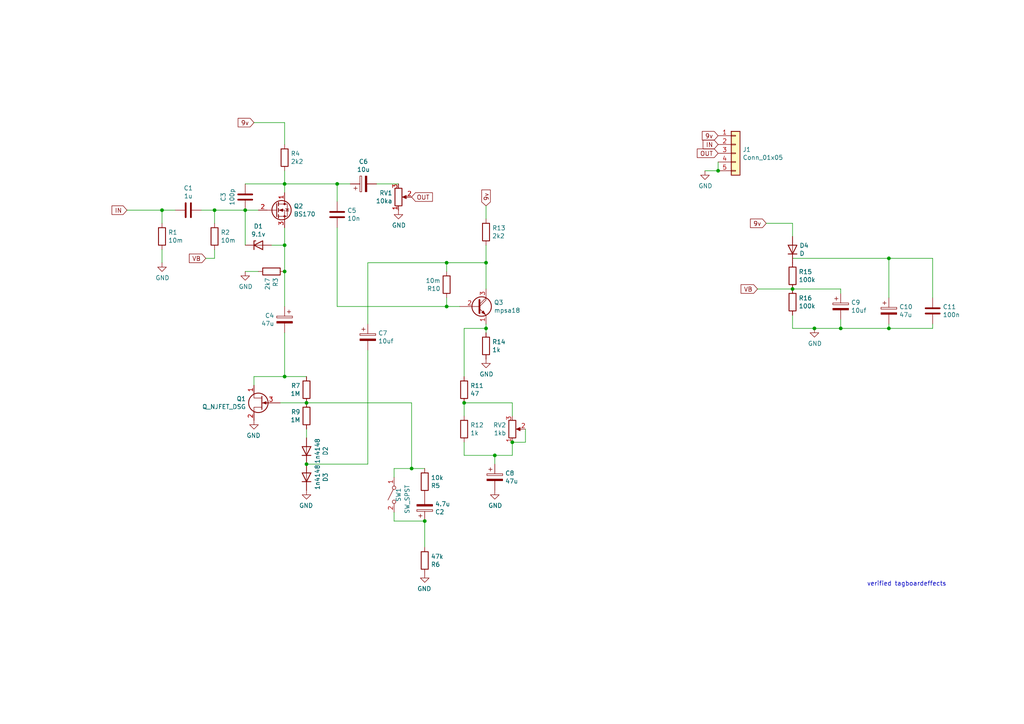
<source format=kicad_sch>
(kicad_sch (version 20230121) (generator eeschema)
  (paper "A4")
  (lib_symbols
    (symbol "Connector_Generic:Conn_01x05" (pin_names (offset 1.016) hide)
      (property "Reference" "J" (at 0 7.62 0))
      (property "Value" "Conn_01x05" (at 0 -7.62 0))
      (symbol "Conn_01x05_1_1"
        (rectangle (start -1.27 -4.953) (end 0 -5.207) (stroke (width 0.1524)))
        (rectangle (start -1.27 -2.413) (end 0 -2.667) (stroke (width 0.1524)))
        (rectangle (start -1.27 0.127) (end 0 -0.127) (stroke (width 0.1524)))
        (rectangle (start -1.27 2.667) (end 0 2.413) (stroke (width 0.1524)))
        (rectangle (start -1.27 5.207) (end 0 4.953) (stroke (width 0.1524)))
        (rectangle (start -1.27 6.35) (end 1.27 -6.35) (stroke (width 0.254)) (fill (type background)))
        (pin passive line (at -5.08 5.08 0) (length 3.81) (name "Pin_1") (number "1"))
        (pin passive line (at -5.08 2.54 0) (length 3.81) (name "Pin_2") (number "2"))
        (pin passive line (at -5.08 0 0) (length 3.81) (name "Pin_3") (number "3"))
        (pin passive line (at -5.08 -2.54 0) (length 3.81) (name "Pin_4") (number "4"))
        (pin passive line (at -5.08 -5.08 0) (length 3.81) (name "Pin_5") (number "5"))
      )
    )
    (symbol "Device:C" (pin_numbers hide) (pin_names (offset 0.254))
      (property "Reference" "C" (at 0.635 2.54 0))
      (property "Value" "C" (at 0.635 -2.54 0))
      (symbol "C_0_1"
        (polyline (pts (xy -2.032 -0.762) (xy 2.032 -0.762)) (stroke (width 0.508)))
        (polyline (pts (xy -2.032 0.762) (xy 2.032 0.762)) (stroke (width 0.508)))
      )
      (symbol "C_1_1"
        (pin passive line (at 0 3.81 270) (length 2.794) (name "~") (number "1"))
        (pin passive line (at 0 -3.81 90) (length 2.794) (name "~") (number "2"))
      )
    )
    (symbol "Device:CP" (pin_numbers hide) (pin_names (offset 0.254))
      (property "Reference" "C" (at 0.635 2.54 0))
      (property "Value" "Device_CP" (at 0.635 -2.54 0))
      (symbol "CP_0_1"
        (rectangle (start -2.286 0.508) (end 2.286 1.016))
        (polyline (pts (xy -1.778 2.286) (xy -0.762 2.286)))
        (polyline (pts (xy -1.27 2.794) (xy -1.27 1.778)))
        (rectangle (start 2.286 -0.508) (end -2.286 -1.016) (fill (type outline)))
      )
      (symbol "CP_1_1"
        (pin passive line (at 0 3.81 270) (length 2.794) (name "~") (number "1"))
        (pin passive line (at 0 -3.81 90) (length 2.794) (name "~") (number "2"))
      )
    )
    (symbol "Device:D" (pin_numbers hide) (pin_names (offset 1.016) hide)
      (property "Reference" "D" (at 0 2.54 0))
      (property "Value" "D" (at 0 -2.54 0))
      (symbol "D_0_1"
        (polyline (pts (xy -1.27 1.27) (xy -1.27 -1.27)) (stroke (width 0.254)))
        (polyline (pts (xy 1.27 0) (xy -1.27 0)))
        (polyline (pts (xy 1.27 1.27) (xy 1.27 -1.27) (xy -1.27 0) (xy 1.27 1.27)) (stroke (width 0.254)))
      )
      (symbol "D_1_1"
        (pin passive line (at -3.81 0 0) (length 2.54) (name "K") (number "1"))
        (pin passive line (at 3.81 0 180) (length 2.54) (name "A") (number "2"))
      )
    )
    (symbol "Device:D_Zener" (pin_numbers hide) (pin_names (offset 1.016) hide)
      (property "Reference" "D" (at 0 2.54 0))
      (property "Value" "D_Zener" (at 0 -2.54 0))
      (symbol "D_Zener_0_1"
        (polyline (pts (xy 1.27 0) (xy -1.27 0)))
        (polyline (pts (xy -1.27 -1.27) (xy -1.27 1.27) (xy -0.762 1.27)) (stroke (width 0.254)))
        (polyline (pts (xy 1.27 -1.27) (xy 1.27 1.27) (xy -1.27 0) (xy 1.27 -1.27)) (stroke (width 0.254)))
      )
      (symbol "D_Zener_1_1"
        (pin passive line (at -3.81 0 0) (length 2.54) (name "K") (number "1"))
        (pin passive line (at 3.81 0 180) (length 2.54) (name "A") (number "2"))
      )
    )
    (symbol "Device:Q_NJFET_DSG" (pin_names (offset 0) hide)
      (property "Reference" "Q" (at 5.08 1.27 0))
      (property "Value" "Q_NJFET_DSG" (at 5.08 -1.27 0))
      (symbol "Q_NJFET_DSG_0_1"
        (polyline (pts (xy 0.254 1.905) (xy 0.254 -1.905) (xy 0.254 -1.905)) (stroke (width 0.254)))
        (polyline (pts (xy 2.54 -2.54) (xy 2.54 -1.27) (xy 0.254 -1.27)))
        (polyline (pts (xy 2.54 2.54) (xy 2.54 1.397) (xy 0.254 1.397)))
        (polyline (pts (xy 0 0) (xy -1.016 0.381) (xy -1.016 -0.381) (xy 0 0)) (fill (type outline)))
        (circle (center 1.27 0) (radius 2.8194) (stroke (width 0.254)))
      )
      (symbol "Q_NJFET_DSG_1_1"
        (pin passive line (at 2.54 5.08 270) (length 2.54) (name "D") (number "1"))
        (pin passive line (at 2.54 -5.08 90) (length 2.54) (name "S") (number "2"))
        (pin input line (at -5.08 0 0) (length 5.334) (name "G") (number "3"))
      )
    )
    (symbol "Device:Q_NPN_Darlington_EBC" (pin_names (offset 0) hide)
      (property "Reference" "Q" (at 4.572 1.27 0))
      (property "Value" "Q_NPN_Darlington_EBC" (at 4.572 -1.27 0))
      (symbol "Q_NPN_Darlington_EBC_0_1"
        (polyline (pts (xy 0.635 0.635) (xy 2.54 2.54)))
        (polyline (pts (xy 0.635 -0.635) (xy 2.54 -2.54) (xy 2.54 -2.54)))
        (polyline (pts (xy 0.635 0) (xy 2.54 1.905) (xy 2.54 2.54)))
        (polyline (pts (xy 0.635 1.905) (xy 0.635 -1.905) (xy 0.635 -1.905)) (stroke (width 0.508)))
        (polyline (pts (xy 1.27 -1.778) (xy 1.778 -1.27) (xy 2.286 -2.286) (xy 1.27 -1.778) (xy 1.27 -1.778)) (fill (type outline)))
        (circle (center 1.27 0) (radius 2.8194) (stroke (width 0.254)))
      )
      (symbol "Q_NPN_Darlington_EBC_1_1"
        (pin passive line (at 2.54 -5.08 90) (length 2.54) (name "E") (number "1"))
        (pin passive line (at -5.08 0 0) (length 5.715) (name "B") (number "2"))
        (pin passive line (at 2.54 5.08 270) (length 2.54) (name "C") (number "3"))
      )
    )
    (symbol "Device:R" (pin_numbers hide) (pin_names (offset 0))
      (property "Reference" "R" (at 2.032 0 90))
      (property "Value" "R" (at 0 0 90))
      (symbol "R_0_1"
        (rectangle (start -1.016 -2.54) (end 1.016 2.54) (stroke (width 0.254)))
      )
      (symbol "R_1_1"
        (pin passive line (at 0 3.81 270) (length 1.27) (name "~") (number "1"))
        (pin passive line (at 0 -3.81 90) (length 1.27) (name "~") (number "2"))
      )
    )
    (symbol "Device:R_POT" (pin_names (offset 1.016) hide)
      (property "Reference" "RV" (at -4.445 0 90))
      (property "Value" "Device_R_POT" (at -2.54 0 90))
      (symbol "R_POT_0_1"
        (polyline (pts (xy 2.54 0) (xy 1.524 0)))
        (polyline (pts (xy 1.143 0) (xy 2.286 0.508) (xy 2.286 -0.508) (xy 1.143 0)) (fill (type outline)))
        (rectangle (start 1.016 2.54) (end -1.016 -2.54) (stroke (width 0.254)))
      )
      (symbol "R_POT_1_1"
        (pin passive line (at 0 3.81 270) (length 1.27) (name "1") (number "1"))
        (pin passive line (at 3.81 0 180) (length 1.27) (name "2") (number "2"))
        (pin passive line (at 0 -3.81 90) (length 1.27) (name "3") (number "3"))
      )
    )
    (symbol "Switch:SW_SPST" (pin_names (offset 0) hide)
      (property "Reference" "SW" (at 0 3.175 0))
      (property "Value" "SW_SPST" (at 0 -2.54 0))
      (symbol "SW_SPST_0_0"
        (circle (center -2.032 0) (radius 0.508))
        (polyline (pts (xy -1.524 0.254) (xy 1.524 1.778)))
        (circle (center 2.032 0) (radius 0.508))
      )
      (symbol "SW_SPST_1_1"
        (pin passive line (at -5.08 0 0) (length 2.54) (name "A") (number "1"))
        (pin passive line (at 5.08 0 180) (length 2.54) (name "B") (number "2"))
      )
    )
    (symbol "Transistor_FET:BS170" (pin_names hide)
      (property "Reference" "Q" (at 5.08 1.905 0))
      (property "Value" "BS170" (at 5.08 0 0))
      (symbol "BS170_0_1"
        (polyline (pts (xy 0.254 0) (xy -2.54 0)))
        (polyline (pts (xy 0.254 1.905) (xy 0.254 -1.905)) (stroke (width 0.254)))
        (polyline (pts (xy 0.762 -1.27) (xy 0.762 -2.286)) (stroke (width 0.254)))
        (polyline (pts (xy 0.762 0.508) (xy 0.762 -0.508)) (stroke (width 0.254)))
        (polyline (pts (xy 0.762 2.286) (xy 0.762 1.27)) (stroke (width 0.254)))
        (polyline (pts (xy 2.54 2.54) (xy 2.54 1.778)))
        (polyline (pts (xy 2.54 -2.54) (xy 2.54 0) (xy 0.762 0)))
        (polyline (pts (xy 0.762 -1.778) (xy 3.302 -1.778) (xy 3.302 1.778) (xy 0.762 1.778)))
        (polyline (pts (xy 1.016 0) (xy 2.032 0.381) (xy 2.032 -0.381) (xy 1.016 0)) (fill (type outline)))
        (polyline (pts (xy 2.794 0.508) (xy 2.921 0.381) (xy 3.683 0.381) (xy 3.81 0.254)))
        (polyline (pts (xy 3.302 0.381) (xy 2.921 -0.254) (xy 3.683 -0.254) (xy 3.302 0.381)))
        (circle (center 1.651 0) (radius 2.794) (stroke (width 0.254)))
        (circle (center 2.54 -1.778) (radius 0.254) (fill (type outline)))
        (circle (center 2.54 1.778) (radius 0.254) (fill (type outline)))
      )
      (symbol "BS170_1_1"
        (pin passive line (at 2.54 5.08 270) (length 2.54) (name "D") (number "1"))
        (pin input line (at -5.08 0 0) (length 2.54) (name "G") (number "2"))
        (pin passive line (at 2.54 -5.08 90) (length 2.54) (name "S") (number "3"))
      )
    )
    (symbol "power:GND" (power) (pin_names (offset 0))
      (property "Value" "GND" (at 0 -3.81 0))
      (symbol "GND_0_1"
        (polyline (pts (xy 0 0) (xy 0 -1.27) (xy 1.27 -1.27) (xy 0 -2.54) (xy -1.27 -1.27) (xy 0 -1.27)))
      )
      (symbol "GND_1_1"
        (pin power_in line (at 0 0 270) (length 0) hide (name "GND") (number "1"))
      )
    )
  )
  (junction (at 82.55 53.34))
  (junction (at 88.9 116.84))
  (junction (at 140.97 76.2))
  (junction (at 243.84 95.25))
  (junction (at 143.51 132.08))
  (junction (at 82.55 78.74))
  (junction (at 236.22 95.25))
  (junction (at 129.54 76.2))
  (junction (at 134.62 116.84))
  (junction (at 257.81 95.25))
  (junction (at 62.23 60.96))
  (junction (at 129.54 88.9))
  (junction (at 140.97 95.25))
  (junction (at 46.99 60.96))
  (junction (at 208.28 49.53))
  (junction (at 88.9 134.62))
  (junction (at 82.55 109.22))
  (junction (at 71.12 60.96))
  (junction (at 119.38 135.89))
  (junction (at 97.79 53.34))
  (junction (at 123.19 151.13))
  (junction (at 148.59 128.27))
  (junction (at 82.55 71.12))
  (junction (at 257.81 74.93))
  (junction (at 229.87 83.82))
  (wire (pts (xy 82.55 53.34) (xy 97.79 53.34)))
  (wire (pts (xy 106.68 134.62) (xy 106.68 101.6)))
  (wire (pts (xy 140.97 95.25) (xy 140.97 96.52)))
  (wire (pts (xy 134.62 116.84) (xy 134.62 120.65)))
  (wire (pts (xy 219.71 83.82) (xy 229.87 83.82)))
  (wire (pts (xy 257.81 93.98) (xy 257.81 95.25)))
  (wire (pts (xy 71.12 71.12) (xy 71.12 60.96)))
  (wire (pts (xy 46.99 64.77) (xy 46.99 60.96)))
  (wire (pts (xy 140.97 93.98) (xy 140.97 95.25)))
  (wire (pts (xy 58.42 60.96) (xy 62.23 60.96)))
  (wire (pts (xy 71.12 78.74) (xy 74.93 78.74)))
  (wire (pts (xy 97.79 88.9) (xy 129.54 88.9)))
  (wire (pts (xy 148.59 128.27) (xy 152.4 128.27)))
  (wire (pts (xy 140.97 76.2) (xy 140.97 83.82)))
  (wire (pts (xy 119.38 135.89) (xy 123.19 135.89)))
  (wire (pts (xy 143.51 132.08) (xy 143.51 134.62)))
  (wire (pts (xy 71.12 53.34) (xy 82.55 53.34)))
  (wire (pts (xy 97.79 53.34) (xy 101.6 53.34)))
  (wire (pts (xy 82.55 96.52) (xy 82.55 109.22)))
  (wire (pts (xy 243.84 85.09) (xy 243.84 83.82)))
  (wire (pts (xy 270.51 74.93) (xy 270.51 86.36)))
  (wire (pts (xy 114.3 151.13) (xy 123.19 151.13)))
  (wire (pts (xy 82.55 35.56) (xy 82.55 41.91)))
  (wire (pts (xy 140.97 63.5) (xy 140.97 59.69)))
  (wire (pts (xy 152.4 128.27) (xy 152.4 124.46)))
  (wire (pts (xy 229.87 74.93) (xy 257.81 74.93)))
  (wire (pts (xy 134.62 109.22) (xy 134.62 95.25)))
  (wire (pts (xy 62.23 60.96) (xy 62.23 64.77)))
  (wire (pts (xy 88.9 127) (xy 88.9 124.46)))
  (wire (pts (xy 97.79 53.34) (xy 97.79 58.42)))
  (wire (pts (xy 73.66 111.76) (xy 73.66 109.22)))
  (wire (pts (xy 229.87 95.25) (xy 236.22 95.25)))
  (wire (pts (xy 62.23 74.93) (xy 59.69 74.93)))
  (wire (pts (xy 229.87 91.44) (xy 229.87 95.25)))
  (wire (pts (xy 222.25 64.77) (xy 229.87 64.77)))
  (wire (pts (xy 243.84 95.25) (xy 243.84 92.71)))
  (wire (pts (xy 36.83 60.96) (xy 46.99 60.96)))
  (wire (pts (xy 106.68 76.2) (xy 129.54 76.2)))
  (wire (pts (xy 229.87 64.77) (xy 229.87 68.58)))
  (wire (pts (xy 73.66 35.56) (xy 82.55 35.56)))
  (wire (pts (xy 82.55 49.53) (xy 82.55 53.34)))
  (wire (pts (xy 114.3 135.89) (xy 119.38 135.89)))
  (wire (pts (xy 129.54 88.9) (xy 133.35 88.9)))
  (wire (pts (xy 62.23 60.96) (xy 71.12 60.96)))
  (wire (pts (xy 97.79 66.04) (xy 97.79 88.9)))
  (wire (pts (xy 82.55 71.12) (xy 78.74 71.12)))
  (wire (pts (xy 140.97 76.2) (xy 140.97 71.12)))
  (wire (pts (xy 88.9 134.62) (xy 106.68 134.62)))
  (wire (pts (xy 257.81 74.93) (xy 270.51 74.93)))
  (wire (pts (xy 82.55 66.04) (xy 82.55 71.12)))
  (wire (pts (xy 270.51 95.25) (xy 257.81 95.25)))
  (wire (pts (xy 123.19 158.75) (xy 123.19 151.13)))
  (wire (pts (xy 208.28 46.99) (xy 208.28 49.53)))
  (wire (pts (xy 270.51 93.98) (xy 270.51 95.25)))
  (wire (pts (xy 143.51 132.08) (xy 134.62 132.08)))
  (wire (pts (xy 236.22 95.25) (xy 243.84 95.25)))
  (wire (pts (xy 257.81 74.93) (xy 257.81 86.36)))
  (wire (pts (xy 82.55 88.9) (xy 82.55 78.74)))
  (wire (pts (xy 129.54 86.36) (xy 129.54 88.9)))
  (wire (pts (xy 129.54 76.2) (xy 140.97 76.2)))
  (wire (pts (xy 62.23 72.39) (xy 62.23 74.93)))
  (wire (pts (xy 88.9 116.84) (xy 119.38 116.84)))
  (wire (pts (xy 106.68 93.98) (xy 106.68 76.2)))
  (wire (pts (xy 119.38 116.84) (xy 119.38 135.89)))
  (wire (pts (xy 134.62 116.84) (xy 148.59 116.84)))
  (wire (pts (xy 73.66 109.22) (xy 82.55 109.22)))
  (wire (pts (xy 82.55 71.12) (xy 82.55 78.74)))
  (wire (pts (xy 81.28 116.84) (xy 88.9 116.84)))
  (wire (pts (xy 148.59 116.84) (xy 148.59 120.65)))
  (wire (pts (xy 134.62 128.27) (xy 134.62 132.08)))
  (wire (pts (xy 109.22 53.34) (xy 115.57 53.34)))
  (wire (pts (xy 71.12 60.96) (xy 74.93 60.96)))
  (wire (pts (xy 148.59 132.08) (xy 148.59 128.27)))
  (wire (pts (xy 82.55 109.22) (xy 88.9 109.22)))
  (wire (pts (xy 204.47 49.53) (xy 208.28 49.53)))
  (wire (pts (xy 46.99 76.2) (xy 46.99 72.39)))
  (wire (pts (xy 129.54 76.2) (xy 129.54 78.74)))
  (wire (pts (xy 134.62 95.25) (xy 140.97 95.25)))
  (wire (pts (xy 82.55 53.34) (xy 82.55 55.88)))
  (wire (pts (xy 114.3 138.43) (xy 114.3 135.89)))
  (wire (pts (xy 114.3 151.13) (xy 114.3 148.59)))
  (wire (pts (xy 46.99 60.96) (xy 50.8 60.96)))
  (wire (pts (xy 243.84 83.82) (xy 229.87 83.82)))
  (wire (pts (xy 257.81 95.25) (xy 243.84 95.25)))
  (wire (pts (xy 148.59 132.08) (xy 143.51 132.08)))
  (text "verified tagboardeffects" (at 251.46 170.18 0) (effects (font (size 1.27 1.27)) (justify left bottom)))
  (global_label "OUT" (shape input) (at 208.28 44.45 180) (property "Intersheetrefs" "${INTERSHEET_REFS}" (effects hide)))
  (global_label "9v" (shape input) (at 222.25 64.77 180) (property "Intersheetrefs" "${INTERSHEET_REFS}" (effects hide)))
  (global_label "IN" (shape input) (at 208.28 41.91 180) (property "Intersheetrefs" "${INTERSHEET_REFS}" (effects hide)))
  (global_label "9v" (shape input) (at 73.66 35.56 180) (property "Intersheetrefs" "${INTERSHEET_REFS}" (effects hide)))
  (global_label "OUT" (shape input) (at 119.38 57.15 0) (property "Intersheetrefs" "${INTERSHEET_REFS}" (effects hide)))
  (global_label "9v" (shape input) (at 208.28 39.37 180) (property "Intersheetrefs" "${INTERSHEET_REFS}" (effects hide)))
  (global_label "9v" (shape input) (at 140.97 59.69 90) (property "Intersheetrefs" "${INTERSHEET_REFS}" (effects hide)))
  (global_label "VB" (shape input) (at 219.71 83.82 180) (property "Intersheetrefs" "${INTERSHEET_REFS}" (effects hide)))
  (global_label "VB" (shape input) (at 59.69 74.93 180) (property "Intersheetrefs" "${INTERSHEET_REFS}" (effects hide)))
  (global_label "IN" (shape input) (at 36.83 60.96 180) (property "Intersheetrefs" "${INTERSHEET_REFS}" (effects hide)))
  (symbol (lib_id "Device:Q_NPN_Darlington_EBC") (at 138.43 88.9 0) (unit 1)
    (property "Reference" "Q3" (at 143.256 87.7316 0) (effects (justify left)))
    (property "Value" "mpsa18" (at 143.256 90.043 0) (effects (justify left)))
    (property "Footprint" "Package_TO_SOT_THT:TO-92_Inline" (effects hide))
  )
  (symbol (lib_id "Transistor_FET:BS170") (at 80.01 60.96 0) (unit 1)
    (property "Reference" "Q2" (at 85.1916 59.7916 0) (effects (justify left)))
    (property "Value" "BS170" (at 85.1916 62.103 0) (effects (justify left)))
    (property "Footprint" "Package_TO_SOT_THT:TO-92_Inline" (effects hide))
    (property "Datasheet" "http://www.fairchildsemi.com/ds/BS/BS170.pdf" (effects hide))
  )
  (symbol (lib_id "Device:Q_NJFET_DSG") (at 76.2 116.84 0) (mirror y) (unit 1)
    (property "Reference" "Q1" (at 71.3486 115.6716 0) (effects (justify left)))
    (property "Value" "Q_NJFET_DSG" (at 71.3486 117.983 0) (effects (justify left)))
    (property "Footprint" "Package_TO_SOT_THT:TO-92_Inline" (effects hide))
  )
  (symbol (lib_id "Device:C") (at 54.61 60.96 270) (unit 1)
    (property "Reference" "C1" (at 54.61 54.5592 90))
    (property "Value" "1u" (at 54.61 56.8706 90))
    (property "Footprint" "Capacitor_THT:C_Disc_D7.5mm_W2.5mm_P5.00mm" (effects hide))
  )
  (symbol (lib_id "Device:R") (at 46.99 68.58 0) (unit 1)
    (property "Reference" "R1" (at 48.768 67.4116 0) (effects (justify left)))
    (property "Value" "10m" (at 48.768 69.723 0) (effects (justify left)))
    (property "Footprint" "Resistor_THT:R_Axial_DIN0207_L6.3mm_D2.5mm_P7.62mm_Horizontal" (effects hide))
  )
  (symbol (lib_id "Device:D") (at 229.87 72.39 90) (unit 1)
    (property "Reference" "D4" (at 231.8766 71.2216 90) (effects (justify right)))
    (property "Value" "D" (at 231.8766 73.533 90) (effects (justify right)))
    (property "Footprint" "Diode_THT:D_A-405_P7.62mm_Horizontal" (effects hide))
  )
  (symbol (lib_id "Device:R") (at 229.87 80.01 0) (unit 1)
    (property "Reference" "R15" (at 231.648 78.8416 0) (effects (justify left)))
    (property "Value" "100k" (at 231.648 81.153 0) (effects (justify left)))
    (property "Footprint" "Resistor_THT:R_Axial_DIN0207_L6.3mm_D2.5mm_P7.62mm_Horizontal" (effects hide))
  )
  (symbol (lib_id "Device:R") (at 229.87 87.63 0) (unit 1)
    (property "Reference" "R16" (at 231.648 86.4616 0) (effects (justify left)))
    (property "Value" "100k" (at 231.648 88.773 0) (effects (justify left)))
    (property "Footprint" "Resistor_THT:R_Axial_DIN0207_L6.3mm_D2.5mm_P7.62mm_Horizontal" (effects hide))
  )
  (symbol (lib_id "Device:CP") (at 243.84 88.9 0) (unit 1)
    (property "Reference" "C9" (at 246.8372 87.7316 0) (effects (justify left)))
    (property "Value" "10uf" (at 246.8372 90.043 0) (effects (justify left)))
    (property "Footprint" "Capacitor_THT:CP_Radial_D6.3mm_P2.50mm" (effects hide))
  )
  (symbol (lib_id "power:GND") (at 236.22 95.25 0) (unit 1)
    (property "Reference" "#PWR0102" (effects hide))
    (property "Value" "GND" (at 236.347 99.6442 0))
  )
  (symbol (lib_id "Device:CP") (at 257.81 90.17 0) (unit 1)
    (property "Reference" "C10" (at 260.8072 89.0016 0) (effects (justify left)))
    (property "Value" "47u" (at 260.8072 91.313 0) (effects (justify left)))
    (property "Footprint" "Capacitor_THT:CP_Radial_D7.5mm_P2.50mm" (effects hide))
  )
  (symbol (lib_id "Device:C") (at 270.51 90.17 0) (unit 1)
    (property "Reference" "C11" (at 273.431 89.0016 0) (effects (justify left)))
    (property "Value" "100n" (at 273.431 91.313 0) (effects (justify left)))
    (property "Footprint" "Capacitor_THT:C_Disc_D7.5mm_W2.5mm_P5.00mm" (effects hide))
  )
  (symbol (lib_id "power:GND") (at 46.99 76.2 0) (unit 1)
    (property "Reference" "#PWR0103" (effects hide))
    (property "Value" "GND" (at 47.117 80.5942 0))
  )
  (symbol (lib_id "Device:D_Zener") (at 74.93 71.12 0) (unit 1)
    (property "Reference" "D1" (at 74.93 65.6336 0))
    (property "Value" "9.1v" (at 74.93 67.945 0))
    (property "Footprint" "Diode_THT:D_A-405_P7.62mm_Horizontal" (effects hide))
  )
  (symbol (lib_id "Device:R") (at 82.55 45.72 0) (unit 1)
    (property "Reference" "R4" (at 84.328 44.5516 0) (effects (justify left)))
    (property "Value" "2k2" (at 84.328 46.863 0) (effects (justify left)))
    (property "Footprint" "Resistor_THT:R_Axial_DIN0207_L6.3mm_D2.5mm_P7.62mm_Horizontal" (effects hide))
  )
  (symbol (lib_id "Device:CP") (at 105.41 53.34 90) (unit 1)
    (property "Reference" "C6" (at 105.41 46.863 90))
    (property "Value" "10u" (at 105.41 49.1744 90))
    (property "Footprint" "Capacitor_THT:CP_Radial_D7.5mm_P2.50mm" (effects hide))
  )
  (symbol (lib_id "Device:R") (at 62.23 68.58 0) (unit 1)
    (property "Reference" "R2" (at 64.008 67.4116 0) (effects (justify left)))
    (property "Value" "10m" (at 64.008 69.723 0) (effects (justify left)))
    (property "Footprint" "Resistor_THT:R_Axial_DIN0207_L6.3mm_D2.5mm_P7.62mm_Horizontal" (effects hide))
  )
  (symbol (lib_id "Device:C") (at 97.79 62.23 0) (unit 1)
    (property "Reference" "C5" (at 100.711 61.0616 0) (effects (justify left)))
    (property "Value" "10n" (at 100.711 63.373 0) (effects (justify left)))
    (property "Footprint" "Capacitor_THT:C_Disc_D7.5mm_W2.5mm_P5.00mm" (effects hide))
  )
  (symbol (lib_id "Device:R") (at 140.97 100.33 0) (unit 1)
    (property "Reference" "R14" (at 142.748 99.1616 0) (effects (justify left)))
    (property "Value" "1k" (at 142.748 101.473 0) (effects (justify left)))
    (property "Footprint" "Resistor_THT:R_Axial_DIN0207_L6.3mm_D2.5mm_P7.62mm_Horizontal" (effects hide))
  )
  (symbol (lib_id "power:GND") (at 140.97 104.14 0) (unit 1)
    (property "Reference" "#PWR0107" (effects hide))
    (property "Value" "GND" (at 141.097 108.5342 0))
  )
  (symbol (lib_id "Device:C") (at 71.12 57.15 180) (unit 1)
    (property "Reference" "C3" (at 64.77 57.15 90))
    (property "Value" "100p" (at 67.31 57.15 90))
    (property "Footprint" "Capacitor_THT:C_Disc_D7.5mm_W2.5mm_P5.00mm" (effects hide))
  )
  (symbol (lib_id "Device:CP") (at 82.55 92.71 0) (mirror y) (unit 1)
    (property "Reference" "C4" (at 79.5528 91.5416 0) (effects (justify left)))
    (property "Value" "47u" (at 79.5528 93.853 0) (effects (justify left)))
    (property "Footprint" "Capacitor_THT:CP_Radial_D7.5mm_P2.50mm" (effects hide))
  )
  (symbol (lib_id "Device:R") (at 88.9 113.03 0) (mirror y) (unit 1)
    (property "Reference" "R7" (at 87.122 111.8616 0) (effects (justify left)))
    (property "Value" "1M" (at 87.122 114.173 0) (effects (justify left)))
    (property "Footprint" "Resistor_THT:R_Axial_DIN0207_L6.3mm_D2.5mm_P7.62mm_Horizontal" (effects hide))
  )
  (symbol (lib_id "power:GND") (at 73.66 121.92 0) (mirror y) (unit 1)
    (property "Reference" "#PWR0110" (effects hide))
    (property "Value" "GND" (at 73.533 126.3142 0))
  )
  (symbol (lib_id "Device:R") (at 140.97 67.31 0) (unit 1)
    (property "Reference" "R13" (at 142.748 66.1416 0) (effects (justify left)))
    (property "Value" "2k2" (at 142.748 68.453 0) (effects (justify left)))
    (property "Footprint" "Resistor_THT:R_Axial_DIN0207_L6.3mm_D2.5mm_P7.62mm_Horizontal" (effects hide))
  )
  (symbol (lib_id "Device:D") (at 88.9 130.81 270) (mirror x) (unit 1)
    (property "Reference" "D2" (at 94.3864 130.81 0))
    (property "Value" "1n4148" (at 92.075 130.81 0))
    (property "Footprint" "Diode_THT:D_A-405_P7.62mm_Horizontal" (effects hide))
  )
  (symbol (lib_id "Device:D") (at 88.9 138.43 270) (mirror x) (unit 1)
    (property "Reference" "D3" (at 94.3864 138.43 0))
    (property "Value" "1n4148" (at 92.075 138.43 0))
    (property "Footprint" "Diode_THT:D_A-405_P7.62mm_Horizontal" (effects hide))
  )
  (symbol (lib_id "Device:R_POT") (at 148.59 124.46 0) (mirror x) (unit 1)
    (property "Reference" "RV2" (at 146.812 123.2916 0) (effects (justify right)))
    (property "Value" "1kb" (at 146.812 125.603 0) (effects (justify right)))
    (property "Footprint" "Connector_Wire:SolderWirePad_1x03_P4.445mm_Drill1.5mm" (effects hide))
  )
  (symbol (lib_id "Device:R") (at 134.62 124.46 0) (unit 1)
    (property "Reference" "R12" (at 136.398 123.2916 0) (effects (justify left)))
    (property "Value" "1k" (at 136.398 125.603 0) (effects (justify left)))
    (property "Footprint" "Resistor_THT:R_Axial_DIN0207_L6.3mm_D2.5mm_P7.62mm_Horizontal" (effects hide))
  )
  (symbol (lib_id "Device:R_POT") (at 115.57 57.15 0) (mirror x) (unit 1)
    (property "Reference" "RV1" (at 113.8174 55.9816 0) (effects (justify right)))
    (property "Value" "10ka" (at 113.8174 58.293 0) (effects (justify right)))
    (property "Footprint" "Connector_Wire:SolderWirePad_1x03_P4.445mm_Drill1.5mm" (effects hide))
  )
  (symbol (lib_id "power:GND") (at 115.57 60.96 0) (unit 1)
    (property "Reference" "#PWR0104" (effects hide))
    (property "Value" "GND" (at 115.697 65.3542 0))
  )
  (symbol (lib_id "Device:CP") (at 143.51 138.43 0) (unit 1)
    (property "Reference" "C8" (at 146.5072 137.2616 0) (effects (justify left)))
    (property "Value" "47u" (at 146.5072 139.573 0) (effects (justify left)))
    (property "Footprint" "Capacitor_THT:CP_Radial_D7.5mm_P2.50mm" (effects hide))
  )
  (symbol (lib_id "power:GND") (at 143.51 142.24 0) (unit 1)
    (property "Reference" "#PWR0106" (effects hide))
    (property "Value" "GND" (at 143.637 146.6342 0))
  )
  (symbol (lib_id "Device:R") (at 134.62 113.03 0) (unit 1)
    (property "Reference" "R11" (at 136.398 111.8616 0) (effects (justify left)))
    (property "Value" "47" (at 136.398 114.173 0) (effects (justify left)))
    (property "Footprint" "Resistor_THT:R_Axial_DIN0207_L6.3mm_D2.5mm_P7.62mm_Horizontal" (effects hide))
  )
  (symbol (lib_id "Device:R") (at 78.74 78.74 270) (unit 1)
    (property "Reference" "R3" (at 79.9084 80.518 0) (effects (justify left)))
    (property "Value" "2k7" (at 77.597 80.518 0) (effects (justify left)))
    (property "Footprint" "Resistor_THT:R_Axial_DIN0207_L6.3mm_D2.5mm_P7.62mm_Horizontal" (effects hide))
  )
  (symbol (lib_id "power:GND") (at 71.12 78.74 0) (unit 1)
    (property "Reference" "#PWR0105" (effects hide))
    (property "Value" "GND" (at 71.247 83.1342 0))
  )
  (symbol (lib_id "power:GND") (at 88.9 142.24 0) (mirror y) (unit 1)
    (property "Reference" "#PWR0109" (effects hide))
    (property "Value" "GND" (at 88.773 146.6342 0))
  )
  (symbol (lib_id "Device:CP") (at 106.68 97.79 0) (unit 1)
    (property "Reference" "C7" (at 109.6772 96.6216 0) (effects (justify left)))
    (property "Value" "10uf" (at 109.6772 98.933 0) (effects (justify left)))
    (property "Footprint" "Capacitor_THT:CP_Radial_D6.3mm_P2.50mm" (effects hide))
  )
  (symbol (lib_id "Device:R") (at 88.9 120.65 0) (mirror y) (unit 1)
    (property "Reference" "R9" (at 87.122 119.4816 0) (effects (justify left)))
    (property "Value" "1M" (at 87.122 121.793 0) (effects (justify left)))
    (property "Footprint" "Resistor_THT:R_Axial_DIN0207_L6.3mm_D2.5mm_P7.62mm_Horizontal" (effects hide))
  )
  (symbol (lib_id "Device:R") (at 129.54 82.55 180) (unit 1)
    (property "Reference" "R10" (at 127.762 83.7184 0) (effects (justify left)))
    (property "Value" "10m" (at 127.762 81.407 0) (effects (justify left)))
    (property "Footprint" "Resistor_THT:R_Axial_DIN0207_L6.3mm_D2.5mm_P7.62mm_Horizontal" (effects hide))
  )
  (symbol (lib_id "Device:R") (at 123.19 139.7 0) (mirror x) (unit 1)
    (property "Reference" "R5" (at 124.968 140.8684 0) (effects (justify left)))
    (property "Value" "10k" (at 124.968 138.557 0) (effects (justify left)))
    (property "Footprint" "Resistor_THT:R_Axial_DIN0207_L6.3mm_D2.5mm_P7.62mm_Horizontal" (effects hide))
  )
  (symbol (lib_id "Device:R") (at 123.19 162.56 0) (mirror x) (unit 1)
    (property "Reference" "R6" (at 124.968 163.7284 0) (effects (justify left)))
    (property "Value" "47k" (at 124.968 161.417 0) (effects (justify left)))
    (property "Footprint" "Resistor_THT:R_Axial_DIN0207_L6.3mm_D2.5mm_P7.62mm_Horizontal" (effects hide))
  )
  (symbol (lib_id "Connector_Generic:Conn_01x05") (at 213.36 44.45 0) (unit 1)
    (property "Reference" "J1" (at 215.392 43.3832 0) (effects (justify left)))
    (property "Value" "Conn_01x05" (at 215.392 45.6946 0) (effects (justify left)))
    (property "Footprint" "Connector_PinHeader_2.54mm:PinHeader_1x05_P2.54mm_Vertical" (effects hide))
  )
  (symbol (lib_id "power:GND") (at 204.47 49.53 0) (unit 1)
    (property "Reference" "#PWR0111" (effects hide))
    (property "Value" "GND" (at 204.597 53.9242 0))
  )
  (symbol (lib_id "power:GND") (at 123.19 166.37 0) (mirror y) (unit 1)
    (property "Reference" "#PWR0108" (effects hide))
    (property "Value" "GND" (at 123.063 170.7642 0))
  )
  (symbol (lib_id "Device:CP") (at 123.19 147.32 0) (mirror x) (unit 1)
    (property "Reference" "C2" (at 126.1872 148.4884 0) (effects (justify left)))
    (property "Value" "4.7u" (at 126.1872 146.177 0) (effects (justify left)))
    (property "Footprint" "Capacitor_THT:CP_Radial_D6.3mm_P2.50mm" (effects hide))
  )
  (symbol (lib_id "Switch:SW_SPST") (at 114.3 143.51 90) (mirror x) (unit 1)
    (property "Reference" "SW1" (at 115.57 143.51 0))
    (property "Value" "SW_SPST" (at 118.11 144.78 0))
    (property "Footprint" "Connector_PinHeader_2.54mm:PinHeader_1x03_P2.54mm_Vertical" (effects hide))
  )
)
</source>
